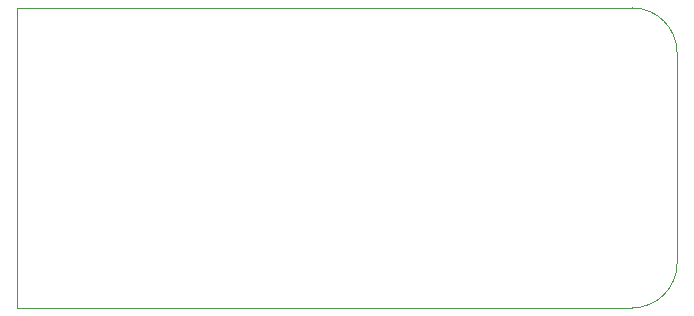
<source format=gbr>
%TF.GenerationSoftware,KiCad,Pcbnew,7.0.6*%
%TF.CreationDate,2024-03-05T13:52:18+08:00*%
%TF.ProjectId,TypeC2DoubleVoltage,54797065-4332-4446-9f75-626c65566f6c,rev?*%
%TF.SameCoordinates,Original*%
%TF.FileFunction,Profile,NP*%
%FSLAX46Y46*%
G04 Gerber Fmt 4.6, Leading zero omitted, Abs format (unit mm)*
G04 Created by KiCad (PCBNEW 7.0.6) date 2024-03-05 13:52:18*
%MOMM*%
%LPD*%
G01*
G04 APERTURE LIST*
%TA.AperFunction,Profile*%
%ADD10C,0.100000*%
%TD*%
G04 APERTURE END LIST*
D10*
X70155000Y-77725000D02*
X70155000Y-103125000D01*
X126035000Y-99315000D02*
X126035000Y-81535000D01*
X70155000Y-103125000D02*
X122225000Y-103125000D01*
X122225000Y-103125000D02*
G75*
G03*
X126035000Y-99315000I0J3810000D01*
G01*
X126035000Y-81535000D02*
G75*
G03*
X122225000Y-77725000I-3810000J0D01*
G01*
X122225000Y-77725000D02*
X70155000Y-77725000D01*
M02*

</source>
